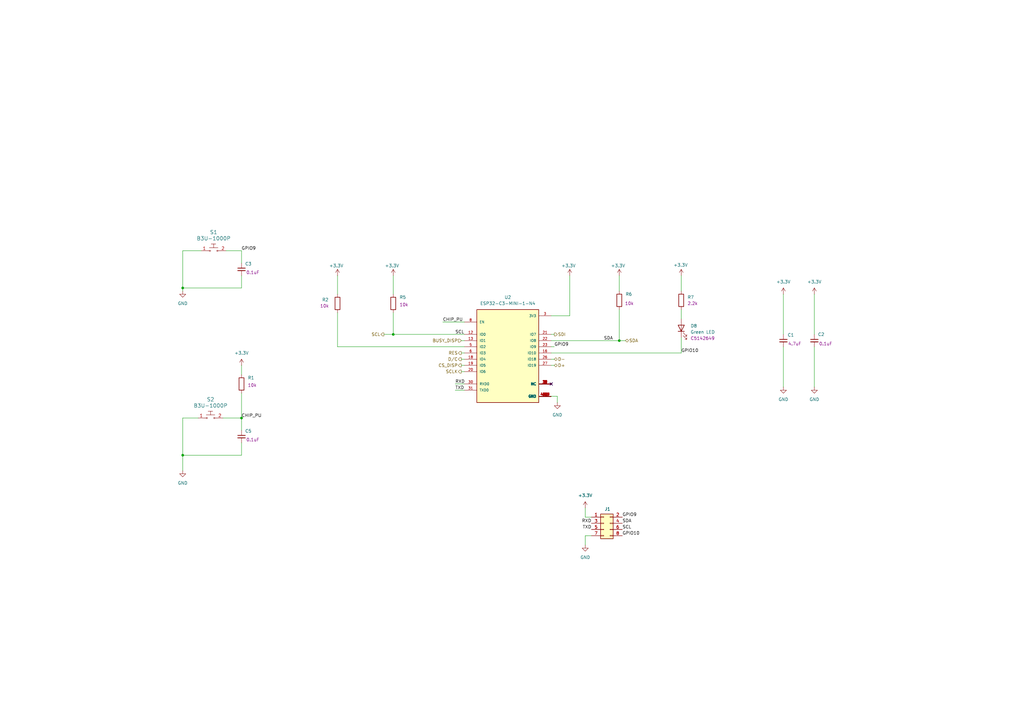
<source format=kicad_sch>
(kicad_sch (version 20250114) (generator "eeschema") (generator_version "9.0")
  (paper "A3")
  (title_block (title "Microcontroller") (rev "v0.1"))
  (lib_symbols
    (symbol "2s_Capacitor:100nF_0603_16V" (pin_numbers (hide yes)) (pin_names (offset 0.254) (hide yes))
      (property "Reference" "C" (at 1.905 1.27 0))
      (property "Display" "0.1uF" (at 1.905 -1.27 0))
      (symbol "100nF_0603_16V_0_1"
        (polyline (pts (xy -1.524 0.508) (xy 1.524 0.508)) (stroke (width 0.3048)))
        (polyline (pts (xy -1.524 -0.508) (xy 1.524 -0.508)) (stroke (width 0.3302)))
      )
      (symbol "100nF_0603_16V_1_1"
        (pin passive line (at 0 2.54 270) (length 2.032) (name "~") (number "1"))
        (pin passive line (at 0 -2.54 90) (length 2.032) (name "~") (number "2"))
      )
    )
    (symbol "2s_Capacitor:4.7uF_0603_25V" (pin_numbers (hide yes)) (pin_names (offset 0.254) (hide yes))
      (property "Reference" "C" (at 1.905 1.27 0))
      (property "Display" "4.7uF" (at 1.905 -1.27 0))
      (symbol "4.7uF_0603_25V_0_1"
        (polyline (pts (xy -1.524 0.508) (xy 1.524 0.508)) (stroke (width 0.3048)))
        (polyline (pts (xy -1.524 -0.508) (xy 1.524 -0.508)) (stroke (width 0.3302)))
      )
      (symbol "4.7uF_0603_25V_1_1"
        (pin passive line (at 0 2.54 270) (length 2.032) (name "~") (number "1"))
        (pin passive line (at 0 -2.54 90) (length 2.032) (name "~") (number "2"))
      )
    )
    (symbol "2s_Resistor_0603:10k_0603" (pin_numbers (hide yes)) (pin_names (offset 0))
      (property "Reference" "R" (at 2.032 0 90))
      (property "Display" "10k" (at 3.81 0 90))
      (symbol "10k_0603_0_1"
        (rectangle (start -1.016 -2.54) (end 1.016 2.54) (stroke (width 0.254)))
      )
      (symbol "10k_0603_1_1"
        (pin passive line (at 0 3.81 270) (length 1.27) (name "~") (number "1"))
        (pin passive line (at 0 -3.81 90) (length 1.27) (name "~") (number "2"))
      )
    )
    (symbol "2s_Resistor_0603:2.2k_0603" (pin_numbers (hide yes)) (pin_names (offset 0))
      (property "Reference" "R" (at 2.032 0 90))
      (property "Display" "2.2k" (at 3.81 0 90))
      (symbol "2.2k_0603_0_1"
        (rectangle (start -1.016 -2.54) (end 1.016 2.54) (stroke (width 0.254)))
      )
      (symbol "2.2k_0603_1_1"
        (pin passive line (at 0 3.81 270) (length 1.27) (name "~") (number "1"))
        (pin passive line (at 0 -3.81 90) (length 1.27) (name "~") (number "2"))
      )
    )
    (symbol "2s_connectors:2x4 male header 2.54 mm" (pin_names (offset 1.016) (hide yes))
      (property "Reference" "J" (at 1.27 5.08 0))
      (property "Value" "2x4 male header 2.54 mm" (at 1.27 -7.62 0))
      (symbol "2x4 male header 2.54 mm_1_1"
        (rectangle (start -1.27 3.81) (end 3.81 -6.35) (stroke (width 0.254)) (fill (type background)))
        (rectangle (start -1.27 2.667) (end 0 2.413) (stroke (width 0.1524)))
        (rectangle (start -1.27 0.127) (end 0 -0.127) (stroke (width 0.1524)))
        (rectangle (start -1.27 -2.413) (end 0 -2.667) (stroke (width 0.1524)))
        (rectangle (start -1.27 -4.953) (end 0 -5.207) (stroke (width 0.1524)))
        (rectangle (start 3.81 2.667) (end 2.54 2.413) (stroke (width 0.1524)))
        (rectangle (start 3.81 0.127) (end 2.54 -0.127) (stroke (width 0.1524)))
        (rectangle (start 3.81 -2.413) (end 2.54 -2.667) (stroke (width 0.1524)))
        (rectangle (start 3.81 -4.953) (end 2.54 -5.207) (stroke (width 0.1524)))
        (pin passive line (at -5.08 2.54 0) (length 3.81) (name "Pin_1") (number "1"))
        (pin passive line (at -5.08 0 0) (length 3.81) (name "Pin_3") (number "3"))
        (pin passive line (at -5.08 -2.54 0) (length 3.81) (name "Pin_5") (number "5"))
        (pin passive line (at -5.08 -5.08 0) (length 3.81) (name "Pin_7") (number "7"))
        (pin passive line (at 7.62 2.54 180) (length 3.81) (name "Pin_2") (number "2"))
        (pin passive line (at 7.62 0 180) (length 3.81) (name "Pin_4") (number "4"))
        (pin passive line (at 7.62 -2.54 180) (length 3.81) (name "Pin_6") (number "6"))
        (pin passive line (at 7.62 -5.08 180) (length 3.81) (name "Pin_8") (number "8"))
      )
    )
    (symbol "2s_leds:Green LED" (pin_numbers (hide yes)) (pin_names (offset 1.016) (hide yes))
      (property "Reference" "D" (at 0 -2.54 0))
      (property "Value" "Green LED" (at 0 2.54 0))
      (property "JLCPCB ID" "C5142649" (at 0 0 0))
      (symbol "Green LED_0_1"
        (polyline (pts (xy -1.27 1.27) (xy -1.27 -1.27) (xy 1.27 0) (xy -1.27 1.27)) (stroke (width 0.254)))
        (polyline (pts (xy 1.27 1.27) (xy 1.27 -1.27)) (stroke (width 0.254)))
        (polyline (pts (xy 1.27 0) (xy -1.27 0)))
        (polyline (pts (xy 1.778 0.762) (xy 3.302 2.286) (xy 2.54 2.286) (xy 3.302 2.286) (xy 3.302 1.524)))
        (polyline (pts (xy 3.048 0.762) (xy 4.572 2.286) (xy 3.81 2.286) (xy 4.572 2.286) (xy 4.572 1.524)))
      )
      (symbol "Green LED_1_1"
        (pin passive line (at -3.81 0 0) (length 2.54) (name "A") (number "2"))
        (pin passive line (at 3.81 0 180) (length 2.54) (name "K") (number "1"))
      )
    )
    (symbol "2s_microcontrollers:ESP32-C3-MINI-1-N4" (pin_names (offset 1.016))
      (property "Reference" "U" (at -12.7 18.796 0))
      (property "Value" "ESP32-C3-MINI-1-N4" (at -12.7 -22.86 0))
      (symbol "ESP32-C3-MINI-1-N4_0_0"
        (rectangle (start -12.7 17.78) (end 12.7 -20.32) (stroke (width 0.254)) (fill (type background)))
        (pin input line (at -17.78 12.7 0) (length 5.08) (name "EN") (number "8"))
        (pin bidirectional line (at -17.78 7.62 0) (length 5.08) (name "IO0") (number "12"))
        (pin bidirectional line (at -17.78 5.08 0) (length 5.08) (name "IO1") (number "13"))
        (pin bidirectional line (at -17.78 2.54 0) (length 5.08) (name "IO2") (number "5"))
        (pin bidirectional line (at -17.78 0 0) (length 5.08) (name "IO3") (number "6"))
        (pin bidirectional line (at -17.78 -2.54 0) (length 5.08) (name "IO4") (number "18"))
        (pin bidirectional line (at -17.78 -5.08 0) (length 5.08) (name "IO5") (number "19"))
        (pin bidirectional line (at -17.78 -7.62 0) (length 5.08) (name "IO6") (number "20"))
        (pin bidirectional line (at -17.78 -12.7 0) (length 5.08) (name "RXD0") (number "30"))
        (pin bidirectional line (at -17.78 -15.24 0) (length 5.08) (name "TXD0") (number "31"))
        (pin power_in line (at 17.78 15.24 180) (length 5.08) (name "3V3") (number "3"))
        (pin bidirectional line (at 17.78 7.62 180) (length 5.08) (name "IO7") (number "21"))
        (pin bidirectional line (at 17.78 5.08 180) (length 5.08) (name "IO8") (number "22"))
        (pin bidirectional line (at 17.78 2.54 180) (length 5.08) (name "IO9") (number "23"))
        (pin bidirectional line (at 17.78 0 180) (length 5.08) (name "IO10") (number "16"))
        (pin bidirectional line (at 17.78 -2.54 180) (length 5.08) (name "IO18") (number "26"))
        (pin bidirectional line (at 17.78 -5.08 180) (length 5.08) (name "IO19") (number "27"))
        (pin no_connect line (at 17.78 -12.7 180) (length 5.08) (name "NC") (number "10"))
        (pin no_connect line (at 17.78 -12.7 180) (length 5.08) (name "NC") (number "15"))
        (pin no_connect line (at 17.78 -12.7 180) (length 5.08) (name "NC") (number "17"))
        (pin no_connect line (at 17.78 -12.7 180) (length 5.08) (name "NC") (number "24"))
        (pin no_connect line (at 17.78 -12.7 180) (length 5.08) (name "NC") (number "25"))
        (pin no_connect line (at 17.78 -12.7 180) (length 5.08) (name "NC") (number "28"))
        (pin no_connect line (at 17.78 -12.7 180) (length 5.08) (name "NC") (number "29"))
        (pin no_connect line (at 17.78 -12.7 180) (length 5.08) (name "NC") (number "32"))
        (pin no_connect line (at 17.78 -12.7 180) (length 5.08) (name "NC") (number "33"))
        (pin no_connect line (at 17.78 -12.7 180) (length 5.08) (name "NC") (number "34"))
        (pin no_connect line (at 17.78 -12.7 180) (length 5.08) (name "NC") (number "35"))
        (pin no_connect line (at 17.78 -12.7 180) (length 5.08) (name "NC") (number "4"))
        (pin no_connect line (at 17.78 -12.7 180) (length 5.08) (name "NC") (number "7"))
        (pin no_connect line (at 17.78 -12.7 180) (length 5.08) (name "NC") (number "9"))
        (pin power_in line (at 17.78 -17.78 180) (length 5.08) (name "GND") (number "1"))
        (pin power_in line (at 17.78 -17.78 180) (length 5.08) (name "GND") (number "11"))
        (pin power_in line (at 17.78 -17.78 180) (length 5.08) (name "GND") (number "14"))
        (pin power_in line (at 17.78 -17.78 180) (length 5.08) (name "GND") (number "2"))
        (pin power_in line (at 17.78 -17.78 180) (length 5.08) (name "GND") (number "36"))
        (pin power_in line (at 17.78 -17.78 180) (length 5.08) (name "GND") (number "37"))
        (pin power_in line (at 17.78 -17.78 180) (length 5.08) (name "GND") (number "38"))
        (pin power_in line (at 17.78 -17.78 180) (length 5.08) (name "GND") (number "39"))
        (pin power_in line (at 17.78 -17.78 180) (length 5.08) (name "GND") (number "40"))
        (pin power_in line (at 17.78 -17.78 180) (length 5.08) (name "GND") (number "41"))
        (pin power_in line (at 17.78 -17.78 180) (length 5.08) (name "GND") (number "42"))
        (pin power_in line (at 17.78 -17.78 180) (length 5.08) (name "GND") (number "43"))
        (pin power_in line (at 17.78 -17.78 180) (length 5.08) (name "GND") (number "44"))
        (pin power_in line (at 17.78 -17.78 180) (length 5.08) (name "GND") (number "45"))
        (pin power_in line (at 17.78 -17.78 180) (length 5.08) (name "GND") (number "46"))
        (pin power_in line (at 17.78 -17.78 180) (length 5.08) (name "GND") (number "47"))
        (pin power_in line (at 17.78 -17.78 180) (length 5.08) (name "GND") (number "48"))
        (pin power_in line (at 17.78 -17.78 180) (length 5.08) (name "GND") (number "49_1"))
        (pin power_in line (at 17.78 -17.78 180) (length 5.08) (name "GND") (number "49_2"))
        (pin power_in line (at 17.78 -17.78 180) (length 5.08) (name "GND") (number "49_3"))
        (pin power_in line (at 17.78 -17.78 180) (length 5.08) (name "GND") (number "49_4"))
        (pin power_in line (at 17.78 -17.78 180) (length 5.08) (name "GND") (number "49_5"))
        (pin power_in line (at 17.78 -17.78 180) (length 5.08) (name "GND") (number "49_6"))
        (pin power_in line (at 17.78 -17.78 180) (length 5.08) (name "GND") (number "49_7"))
        (pin power_in line (at 17.78 -17.78 180) (length 5.08) (name "GND") (number "49_8"))
        (pin power_in line (at 17.78 -17.78 180) (length 5.08) (name "GND") (number "49_9"))
        (pin power_in line (at 17.78 -17.78 180) (length 5.08) (name "GND") (number "50"))
        (pin power_in line (at 17.78 -17.78 180) (length 5.08) (name "GND") (number "51"))
        (pin power_in line (at 17.78 -17.78 180) (length 5.08) (name "GND") (number "52"))
        (pin power_in line (at 17.78 -17.78 180) (length 5.08) (name "GND") (number "53"))
      )
    )
    (symbol "2s_switches:B3U-1000P" (pin_names (offset 1.016))
      (property "Reference" "S" (at 0 5.08 0))
      (property "Value" "B3U-1000P" (at 0 -5.08 0))
      (symbol "B3U-1000P_0_1"
        (polyline (pts (xy -1.778 1.27) (xy 1.778 1.27)))
        (polyline (pts (xy -1.778 0) (xy -2.54 0)))
        (circle (center -1.524 0) (radius 0.254))
        (circle (center 1.524 0) (radius 0.254))
        (polyline (pts (xy 2.54 0) (xy 1.778 0)))
      )
      (symbol "B3U-1000P_1_1"
        (polyline (pts (xy -1.016 2.794) (xy 0.889 2.794)))
        (polyline (pts (xy 0 2.794) (xy 0 1.27)))
        (pin passive line (at -5.08 0 0) (length 2.54) (name "~") (number "1"))
        (pin passive line (at 5.08 0 180) (length 2.54) (name "~") (number "2"))
      )
    )
    (symbol "power:+3.3V" (power) (pin_numbers (hide yes)) (pin_names (offset 0) (hide yes))
      (property "Value" "+3.3V" (at 0 3.556 0))
      (symbol "+3.3V_0_1"
        (polyline (pts (xy -0.762 1.27) (xy 0 2.54)))
        (polyline (pts (xy 0 2.54) (xy 0.762 1.27)))
        (polyline (pts (xy 0 0) (xy 0 2.54)))
      )
      (symbol "+3.3V_1_1"
        (pin power_in line (at 0 0 90) (length 0) (name "~") (number "1"))
      )
    )
    (symbol "power:GND" (power) (pin_numbers (hide yes)) (pin_names (offset 0) (hide yes))
      (property "Value" "GND" (at 0 -3.81 0))
      (symbol "GND_0_1"
        (polyline (pts (xy 0 0) (xy 0 -1.27) (xy 1.27 -1.27) (xy 0 -2.54) (xy -1.27 -1.27) (xy 0 -1.27)))
      )
      (symbol "GND_1_1"
        (pin power_in line (at 0 0 270) (length 0) (name "~") (number "1"))
      )
    )
  )
  (junction (at 254 139.7))
  (junction (at 74.93 186.69))
  (junction (at 161.29 137.16))
  (junction (at 74.93 118.11))
  (junction (at 99.06 171.45))
  (no_connect (at 226.06 157.48))
  (wire (pts (xy 254 127) (xy 254 139.7)))
  (wire (pts (xy 74.93 118.11) (xy 74.93 119.38)))
  (wire (pts (xy 138.43 113.03) (xy 138.43 120.65)))
  (wire (pts (xy 226.06 139.7) (xy 254 139.7)))
  (wire (pts (xy 99.06 161.29) (xy 99.06 171.45)))
  (wire (pts (xy 189.23 139.7) (xy 190.5 139.7)))
  (wire (pts (xy 334.01 142.24) (xy 334.01 158.75)))
  (wire (pts (xy 186.69 160.02) (xy 190.5 160.02)))
  (wire (pts (xy 240.03 219.71) (xy 240.03 223.52)))
  (wire (pts (xy 189.23 152.4) (xy 190.5 152.4)))
  (wire (pts (xy 254 113.03) (xy 254 119.38)))
  (wire (pts (xy 99.06 149.86) (xy 99.06 153.67)))
  (wire (pts (xy 74.93 186.69) (xy 74.93 193.04)))
  (wire (pts (xy 157.48 137.16) (xy 161.29 137.16)))
  (wire (pts (xy 99.06 176.53) (xy 99.06 171.45)))
  (wire (pts (xy 181.61 132.08) (xy 190.5 132.08)))
  (wire (pts (xy 226.06 142.24) (xy 227.33 142.24)))
  (wire (pts (xy 161.29 137.16) (xy 190.5 137.16)))
  (wire (pts (xy 161.29 128.27) (xy 161.29 137.16)))
  (wire (pts (xy 92.71 102.87) (xy 99.06 102.87)))
  (wire (pts (xy 99.06 186.69) (xy 74.93 186.69)))
  (wire (pts (xy 99.06 102.87) (xy 99.06 107.95)))
  (wire (pts (xy 228.6 165.1) (xy 228.6 162.56)))
  (wire (pts (xy 321.31 120.65) (xy 321.31 137.16)))
  (wire (pts (xy 226.06 129.54) (xy 233.68 129.54)))
  (wire (pts (xy 138.43 142.24) (xy 190.5 142.24)))
  (wire (pts (xy 226.06 147.32) (xy 227.33 147.32)))
  (wire (pts (xy 279.4 127) (xy 279.4 130.81)))
  (wire (pts (xy 242.57 219.71) (xy 240.03 219.71)))
  (wire (pts (xy 321.31 142.24) (xy 321.31 158.75)))
  (wire (pts (xy 161.29 113.03) (xy 161.29 120.65)))
  (wire (pts (xy 91.44 171.45) (xy 99.06 171.45)))
  (wire (pts (xy 254 139.7) (xy 256.54 139.7)))
  (wire (pts (xy 279.4 138.43) (xy 279.4 144.78)))
  (wire (pts (xy 226.06 149.86) (xy 227.33 149.86)))
  (wire (pts (xy 226.06 144.78) (xy 279.4 144.78)))
  (wire (pts (xy 226.06 137.16) (xy 227.33 137.16)))
  (wire (pts (xy 138.43 128.27) (xy 138.43 142.24)))
  (wire (pts (xy 240.03 212.09) (xy 242.57 212.09)))
  (wire (pts (xy 74.93 102.87) (xy 82.55 102.87)))
  (wire (pts (xy 99.06 113.03) (xy 99.06 118.11)))
  (wire (pts (xy 233.68 129.54) (xy 233.68 113.03)))
  (wire (pts (xy 186.69 157.48) (xy 190.5 157.48)))
  (wire (pts (xy 279.4 113.03) (xy 279.4 119.38)))
  (wire (pts (xy 99.06 181.61) (xy 99.06 186.69)))
  (wire (pts (xy 228.6 162.56) (xy 226.06 162.56)))
  (wire (pts (xy 334.01 120.65) (xy 334.01 137.16)))
  (wire (pts (xy 189.23 147.32) (xy 190.5 147.32)))
  (wire (pts (xy 74.93 171.45) (xy 81.28 171.45)))
  (wire (pts (xy 189.23 149.86) (xy 190.5 149.86)))
  (wire (pts (xy 74.93 102.87) (xy 74.93 118.11)))
  (wire (pts (xy 189.23 144.78) (xy 190.5 144.78)))
  (wire (pts (xy 99.06 118.11) (xy 74.93 118.11)))
  (wire (pts (xy 240.03 212.09) (xy 240.03 208.28)))
  (wire (pts (xy 74.93 171.45) (xy 74.93 186.69)))
  (label "GPIO9" (at 99.06 102.87 0))
  (label "SDA" (at 255.27 214.63 0))
  (label "SCL" (at 186.69 137.16 0))
  (label "GPIO9" (at 255.27 212.09 0))
  (label "CHIP_PU" (at 181.61 132.08 0))
  (label "GPIO10" (at 279.4 144.78 0))
  (label "GPIO10" (at 255.27 219.71 0))
  (label "GPIO9" (at 227.33 142.24 0))
  (label "RXD" (at 186.69 157.48 0))
  (label "SCL" (at 255.27 217.17 0))
  (label "TXD" (at 242.57 217.17 180))
  (label "TXD" (at 186.69 160.02 0))
  (label "CHIP_PU" (at 99.06 171.45 0))
  (label "RXD" (at 242.57 214.63 180))
  (label "SDA" (at 247.65 139.7 0))
  (hierarchical_label "D-" (shape bidirectional) (at 227.33 147.32 0))
  (hierarchical_label "SDA" (shape bidirectional) (at 256.54 139.7 0))
  (hierarchical_label "SDI" (shape output) (at 227.33 137.16 0))
  (hierarchical_label "SCLK" (shape output) (at 189.23 152.4 180))
  (hierarchical_label "SCL" (shape output) (at 157.48 137.16 180))
  (hierarchical_label "D{slash}C" (shape output) (at 189.23 147.32 180))
  (hierarchical_label "RES" (shape output) (at 189.23 144.78 180))
  (hierarchical_label "CS_DISP" (shape output) (at 189.23 149.86 180))
  (hierarchical_label "BUSY_DISP" (shape input) (at 189.23 139.7 180))
  (hierarchical_label "D+" (shape bidirectional) (at 227.33 149.86 0))
  (symbol (lib_id "2s_switches:B3U-1000P") (at 87.63 102.87 0) (unit 1)
    (property "Reference" "S1" (at 87.63 95.25 0) (effects (font (size 1.524 1.524))))
    (property "Value" "B3U-1000P" (at 87.63 97.79 0) (effects (font (size 1.524 1.524))))
    (property "Footprint" "Button_Switch_SMD:SW_SPST_B3U-1000P" (effects (hide yes)))
    (property "Description" "SWITCH TACTILE SPST-NO 0.05A 12V" (effects (hide yes)))
    (property "Digi-Key_PN" "SW1020TR-ND" (effects (hide yes)))
    (property "MPN" "B3U-1000P" (effects (hide yes)))
    (property "Category" "Switches" (effects (hide yes)))
    (property "Manufacturer" "Omron Electronics Inc-EMC Div" (effects (hide yes)))
  )
  (symbol (lib_id "2s_Capacitor:100nF_0603_16V") (at 99.06 110.49 0) (unit 1)
    (property "Reference" "C3" (at 101.854 108.204 0))
    (property "Value" "100nF_0603_16V" (effects (hide yes)))
    (property "Footprint" "Capacitor_SMD:C_0603_1608Metric" (effects (hide yes)))
    (property "Description" "0.1uF, Min. 16V 10%, X7R or X5R or similar" (effects (hide yes)))
    (property "Specifications" "0.1uF, Min. 16V 10%, X7R or X5R or similar" (effects (hide yes)))
    (property "Manufacturer" "AVX Corporation" (effects (hide yes)))
    (property "MPN" "0603YC104KAT2A" (effects (hide yes)))
    (property "Display" "0.1uF" (at 100.965 111.76 0) (effects (justify left)))
    (property "JLCPCB ID" "C14663" (effects (hide yes)))
    (property "Production Stage" "A" (effects (hide yes)))
  )
  (symbol (lib_id "power:+3.3V") (at 138.43 113.03 0) (unit 1)
    (property "Reference" "#PWR05" (effects (hide yes)))
    (property "Value" "+3.3V" (at 137.922 108.966 0))
    (property "Description" "Power symbol creates a global label with name \"+3.3V\"" (effects (hide yes)))
  )
  (symbol (lib_id "power:GND") (at 240.03 223.52 0) (unit 1)
    (property "Reference" "#PWR016" (effects (hide yes)))
    (property "Value" "GND" (at 240.03 228.6 0))
    (property "Description" "Power symbol creates a global label with name \"GND\" , ground" (effects (hide yes)))
  )
  (symbol (lib_id "2s_leds:Green LED") (at 279.4 134.62 270) (unit 1)
    (property "Reference" "D8" (at 283.21 133.6674 90) (effects (justify left)))
    (property "Value" "Green LED" (at 283.21 136.2074 90) (effects (justify left)))
    (property "Footprint" "LED_SMD:LED_1206_3216Metric" (effects (hide yes)))
    (property "Description" "LED GREEN CLEAR 1206 SMD" (effects (hide yes)))
    (property "MPN" "150120GS75000" (effects (hide yes)))
    (property "Manufacturer" "Würth Elektronik" (effects (hide yes)))
    (property "Digi-Key_PN" "732-4990-1-ND" (effects (hide yes)))
    (property "JLCPCB ID" "C5142649" (at 283.21 138.7474 90) (effects (justify left)))
  )
  (symbol (lib_id "power:+3.3V") (at 240.03 208.28 0) (unit 1)
    (property "Reference" "#PWR017" (effects (hide yes)))
    (property "Value" "+3.3V" (at 240.03 203.2 0))
    (property "Description" "Power symbol creates a global label with name \"+3.3V\"" (effects (hide yes)))
  )
  (symbol (lib_id "power:+3.3V") (at 233.68 113.03 0) (unit 1)
    (property "Reference" "#PWR07" (effects (hide yes)))
    (property "Value" "+3.3V" (at 233.172 108.966 0))
    (property "Description" "Power symbol creates a global label with name \"+3.3V\"" (effects (hide yes)))
  )
  (symbol (lib_id "power:+3.3V") (at 279.4 113.03 0) (unit 1)
    (property "Reference" "#PWR018" (effects (hide yes)))
    (property "Value" "+3.3V" (at 279.146 108.712 0))
    (property "Description" "Power symbol creates a global label with name \"+3.3V\"" (effects (hide yes)))
  )
  (symbol (lib_id "2s_Resistor_0603:10k_0603") (at 161.29 124.46 180) (unit 1)
    (property "Reference" "R5" (at 163.83 121.9199 0) (effects (justify right)))
    (property "Value" "10k_0603" (effects (hide yes)))
    (property "Footprint" "Resistor_SMD:R_0603_1608Metric" (effects (hide yes)))
    (property "Description" "10k, 1%, 1/10W, 0603" (effects (hide yes)))
    (property "Specifications" "10k, 1%, 1/10W, 0603" (effects (hide yes)))
    (property "Manufacturer" "Yageo" (effects (hide yes)))
    (property "MPN" "RC0603FR-0710KL" (effects (hide yes)))
    (property "Display" "10k" (at 163.83 124.968 0) (effects (justify right)))
    (property "JLCPCB ID" "C98220" (effects (hide yes)))
    (property "Production Stage" "A" (effects (hide yes)))
  )
  (symbol (lib_id "2s_connectors:2x4 male header 2.54 mm") (at 247.65 214.63 0) (unit 1)
    (property "Reference" "J1" (at 249.174 208.788 0))
    (property "Value" "2x4 male header 2.54 mm" (effects (hide yes)))
    (property "Footprint" "Connector_PinHeader_2.54mm:PinHeader_2x04_P2.54mm_Vertical_SMD" (effects (hide yes)))
    (property "Description" "Generic connector, double row, 02x04, odd/even pin numbering scheme (row 1 odd numbers, row 2 even numbers), script generated (kicad-library-utils/schlib/autogen/connector/)" (effects (hide yes)))
    (property "Manufacturer" "Amphenol ICC (FCI)" (effects (hide yes)))
    (property "MPN" "54202-G0804LF" (effects (hide yes)))
    (property "Digi-Key_PN" "609-54202-G0804LF-ND" (effects (hide yes)))
  )
  (symbol (lib_id "2s_Resistor_0603:10k_0603") (at 138.43 124.46 180) (unit 1)
    (property "Reference" "R2" (at 132.08 122.936 0) (effects (justify right)))
    (property "Value" "10k_0603" (effects (hide yes)))
    (property "Footprint" "Resistor_SMD:R_0603_1608Metric" (effects (hide yes)))
    (property "Description" "10k, 1%, 1/10W, 0603" (effects (hide yes)))
    (property "Specifications" "10k, 1%, 1/10W, 0603" (effects (hide yes)))
    (property "Manufacturer" "Yageo" (effects (hide yes)))
    (property "MPN" "RC0603FR-0710KL" (effects (hide yes)))
    (property "Display" "10k" (at 133.096 125.476 0))
    (property "JLCPCB ID" "C98220" (effects (hide yes)))
    (property "Production Stage" "A" (effects (hide yes)))
  )
  (symbol (lib_id "power:+3.3V") (at 161.29 113.03 0) (unit 1)
    (property "Reference" "#PWR053" (effects (hide yes)))
    (property "Value" "+3.3V" (at 160.782 108.966 0))
    (property "Description" "Power symbol creates a global label with name \"+3.3V\"" (effects (hide yes)))
  )
  (symbol (lib_id "power:+3.3V") (at 321.31 120.65 0) (unit 1)
    (property "Reference" "#PWR02" (effects (hide yes)))
    (property "Value" "+3.3V" (at 321.31 115.57 0))
    (property "Description" "Power symbol creates a global label with name \"+3.3V\"" (effects (hide yes)))
  )
  (symbol (lib_id "power:GND") (at 74.93 193.04 0) (unit 1)
    (property "Reference" "#PWR012" (effects (hide yes)))
    (property "Value" "GND" (at 74.93 198.12 0))
    (property "Description" "Power symbol creates a global label with name \"GND\" , ground" (effects (hide yes)))
  )
  (symbol (lib_id "2s_Resistor_0603:2.2k_0603") (at 279.4 123.19 0) (unit 1)
    (property "Reference" "R7" (at 281.94 121.9199 0) (effects (justify left)))
    (property "Value" "2.2k_0603" (effects (hide yes)))
    (property "Footprint" "Resistor_SMD:R_0603_1608Metric" (effects (hide yes)))
    (property "Description" "2.2k, 1%, 1/10W, 0603" (effects (hide yes)))
    (property "Specifications" "2.2k, 1%, 1/10W, 0603" (effects (hide yes)))
    (property "Manufacturer" "Yageo" (effects (hide yes)))
    (property "MPN" "RC0603FR-072K2L" (effects (hide yes)))
    (property "Display" "2.2k" (at 281.94 124.4599 0) (effects (justify left)))
    (property "JLCPCB ID" "C114662" (effects (hide yes)))
    (property "Production Stage" "A" (effects (hide yes)))
  )
  (symbol (lib_id "power:GND") (at 334.01 158.75 0) (unit 1)
    (property "Reference" "#PWR065" (effects (hide yes)))
    (property "Value" "GND" (at 334.01 163.83 0))
    (property "Description" "Power symbol creates a global label with name \"GND\" , ground" (effects (hide yes)))
  )
  (symbol (lib_id "power:GND") (at 74.93 119.38 0) (unit 1)
    (property "Reference" "#PWR04" (effects (hide yes)))
    (property "Value" "GND" (at 74.93 124.46 0))
    (property "Description" "Power symbol creates a global label with name \"GND\" , ground" (effects (hide yes)))
  )
  (symbol (lib_id "2s_Resistor_0603:10k_0603") (at 99.06 157.48 180) (unit 1)
    (property "Reference" "R1" (at 101.6 154.9399 0) (effects (justify right)))
    (property "Value" "10k_0603" (effects (hide yes)))
    (property "Footprint" "Resistor_SMD:R_0603_1608Metric" (effects (hide yes)))
    (property "Description" "10k, 1%, 1/10W, 0603" (effects (hide yes)))
    (property "Specifications" "10k, 1%, 1/10W, 0603" (effects (hide yes)))
    (property "Manufacturer" "Yageo" (effects (hide yes)))
    (property "MPN" "RC0603FR-0710KL" (effects (hide yes)))
    (property "Display" "10k" (at 101.6 157.988 0) (effects (justify right)))
    (property "JLCPCB ID" "C98220" (effects (hide yes)))
    (property "Production Stage" "A" (effects (hide yes)))
  )
  (symbol (lib_id "power:+3.3V") (at 334.01 120.65 0) (unit 1)
    (property "Reference" "#PWR064" (effects (hide yes)))
    (property "Value" "+3.3V" (at 334.01 115.57 0))
    (property "Description" "Power symbol creates a global label with name \"+3.3V\"" (effects (hide yes)))
  )
  (symbol (lib_id "2s_Resistor_0603:10k_0603") (at 254 123.19 180) (unit 1)
    (property "Reference" "R6" (at 256.54 120.6499 0) (effects (justify right)))
    (property "Value" "10k_0603" (effects (hide yes)))
    (property "Footprint" "Resistor_SMD:R_0603_1608Metric" (effects (hide yes)))
    (property "Description" "10k, 1%, 1/10W, 0603" (effects (hide yes)))
    (property "Specifications" "10k, 1%, 1/10W, 0603" (effects (hide yes)))
    (property "Manufacturer" "Yageo" (effects (hide yes)))
    (property "MPN" "RC0603FR-0710KL" (effects (hide yes)))
    (property "Display" "10k" (at 256.286 124.46 0) (effects (justify right)))
    (property "JLCPCB ID" "C98220" (effects (hide yes)))
    (property "Production Stage" "A" (effects (hide yes)))
  )
  (symbol (lib_id "2s_microcontrollers:ESP32-C3-MINI-1-N4") (at 208.28 144.78 0) (unit 1)
    (property "Reference" "U2" (at 208.28 121.92 0))
    (property "Value" "ESP32-C3-MINI-1-N4" (at 208.28 124.46 0))
    (property "Footprint" "2s_misc:XCVR_ESP32-C3-MINI-1-N4" (effects (hide yes)))
    (property "Manufacturer" "Espressif Systems" (effects (hide yes)))
    (property "MPN" "ESP32-C3-MINI-1-N4" (effects (hide yes)))
    (property "Digi-Key_PN" "5407-ESP32-C3-MINI-1-N4CT-ND" (effects (hide yes)))
  )
  (symbol (lib_id "power:+3.3V") (at 254 113.03 0) (unit 1)
    (property "Reference" "#PWR052" (effects (hide yes)))
    (property "Value" "+3.3V" (at 253.492 108.966 0))
    (property "Description" "Power symbol creates a global label with name \"+3.3V\"" (effects (hide yes)))
  )
  (symbol (lib_id "power:GND") (at 228.6 165.1 0) (unit 1)
    (property "Reference" "#PWR09" (effects (hide yes)))
    (property "Value" "GND" (at 228.6 170.18 0))
    (property "Description" "Power symbol creates a global label with name \"GND\" , ground" (effects (hide yes)))
  )
  (symbol (lib_id "power:GND") (at 321.31 158.75 0) (unit 1)
    (property "Reference" "#PWR06" (effects (hide yes)))
    (property "Value" "GND" (at 321.31 163.83 0))
    (property "Description" "Power symbol creates a global label with name \"GND\" , ground" (effects (hide yes)))
  )
  (symbol (lib_id "2s_Capacitor:4.7uF_0603_25V") (at 321.31 139.7 0) (unit 1)
    (property "Reference" "C1" (at 324.358 137.414 0))
    (property "Value" "4.7uF_0603_25V" (effects (hide yes)))
    (property "Footprint" "Capacitor_SMD:C_0603_1608Metric" (effects (hide yes)))
    (property "Description" "CAP CER 4.7UF 25V X5R 0603" (effects (hide yes)))
    (property "Specifications" "4.7uF, Min. 25V 10%, X7R or X5R or similar" (effects (hide yes)))
    (property "Manufacturer" "Murata" (effects (hide yes)))
    (property "MPN" "GRM188R61E475KE11D" (effects (hide yes)))
    (property "Display" "4.7uF" (at 323.215 140.97 0) (effects (justify left)))
  )
  (symbol (lib_id "2s_switches:B3U-1000P") (at 86.36 171.45 0) (unit 1)
    (property "Reference" "S2" (at 86.36 163.83 0) (effects (font (size 1.524 1.524))))
    (property "Value" "B3U-1000P" (at 86.36 166.37 0) (effects (font (size 1.524 1.524))))
    (property "Footprint" "Button_Switch_SMD:SW_SPST_B3U-1000P" (effects (hide yes)))
    (property "Description" "SWITCH TACTILE SPST-NO 0.05A 12V" (effects (hide yes)))
    (property "Digi-Key_PN" "SW1020TR-ND" (effects (hide yes)))
    (property "MPN" "B3U-1000P" (effects (hide yes)))
    (property "Category" "Switches" (effects (hide yes)))
    (property "Manufacturer" "Omron Electronics Inc-EMC Div" (effects (hide yes)))
  )
  (symbol (lib_id "2s_Capacitor:100nF_0603_16V") (at 334.01 139.7 0) (unit 1)
    (property "Reference" "C2" (at 336.804 137.16 0))
    (property "Value" "100nF_0603_16V" (effects (hide yes)))
    (property "Footprint" "Capacitor_SMD:C_0603_1608Metric" (effects (hide yes)))
    (property "Description" "0.1uF, Min. 16V 10%, X7R or X5R or similar" (effects (hide yes)))
    (property "Specifications" "0.1uF, Min. 16V 10%, X7R or X5R or similar" (effects (hide yes)))
    (property "Manufacturer" "AVX Corporation" (effects (hide yes)))
    (property "MPN" "0603YC104KAT2A" (effects (hide yes)))
    (property "Display" "0.1uF" (at 335.915 140.97 0) (effects (justify left)))
    (property "JLCPCB ID" "C14663" (effects (hide yes)))
    (property "Production Stage" "A" (effects (hide yes)))
  )
  (symbol (lib_id "2s_Capacitor:100nF_0603_16V") (at 99.06 179.07 0) (unit 1)
    (property "Reference" "C5" (at 101.854 176.784 0))
    (property "Value" "100nF_0603_16V" (effects (hide yes)))
    (property "Footprint" "Capacitor_SMD:C_0603_1608Metric" (effects (hide yes)))
    (property "Description" "0.1uF, Min. 16V 10%, X7R or X5R or similar" (effects (hide yes)))
    (property "Specifications" "0.1uF, Min. 16V 10%, X7R or X5R or similar" (effects (hide yes)))
    (property "Manufacturer" "AVX Corporation" (effects (hide yes)))
    (property "MPN" "0603YC104KAT2A" (effects (hide yes)))
    (property "Display" "0.1uF" (at 100.965 180.34 0) (effects (justify left)))
    (property "JLCPCB ID" "C14663" (effects (hide yes)))
    (property "Production Stage" "A" (effects (hide yes)))
  )
  (symbol (lib_id "power:+3.3V") (at 99.06 149.86 0) (unit 1)
    (property "Reference" "#PWR033" (effects (hide yes)))
    (property "Value" "+3.3V" (at 99.06 144.78 0))
    (property "Description" "Power symbol creates a global label with name \"+3.3V\"" (effects (hide yes)))
  )
)
</source>
